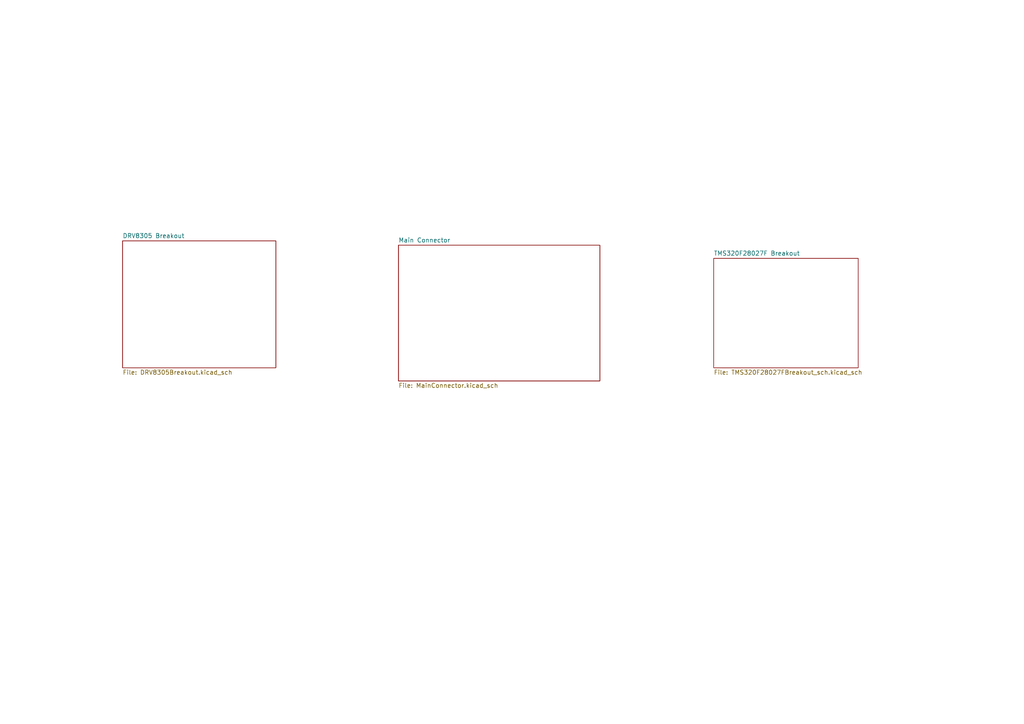
<source format=kicad_sch>
(kicad_sch
	(version 20231120)
	(generator "eeschema")
	(generator_version "8.0")
	(uuid "6c304649-7c80-4a4c-b925-07b9210ad53d")
	(paper "A4")
	(title_block
		(title "Easy ESC")
		(date "2024-08-06")
		(rev "1.0")
		(company "Buckley Boards ")
	)
	(lib_symbols)
	(sheet
		(at 115.57 71.12)
		(size 58.42 39.37)
		(fields_autoplaced yes)
		(stroke
			(width 0.1524)
			(type solid)
		)
		(fill
			(color 0 0 0 0.0000)
		)
		(uuid "22fb4715-9f33-45f1-b8d4-9537d945fe69")
		(property "Sheetname" "Main Connector"
			(at 115.57 70.4084 0)
			(effects
				(font
					(size 1.27 1.27)
				)
				(justify left bottom)
			)
		)
		(property "Sheetfile" "MainConnector.kicad_sch"
			(at 115.57 111.0746 0)
			(effects
				(font
					(size 1.27 1.27)
				)
				(justify left top)
			)
		)
		(instances
			(project "EasyESCV1_DRV8305"
				(path "/6c304649-7c80-4a4c-b925-07b9210ad53d"
					(page "1")
				)
			)
		)
	)
	(sheet
		(at 207.01 74.93)
		(size 41.91 31.75)
		(fields_autoplaced yes)
		(stroke
			(width 0.1524)
			(type solid)
		)
		(fill
			(color 0 0 0 0.0000)
		)
		(uuid "8049925a-2faa-4187-b86e-b6208aed2e10")
		(property "Sheetname" "TMS320F28027F Breakout"
			(at 207.01 74.2184 0)
			(effects
				(font
					(size 1.27 1.27)
				)
				(justify left bottom)
			)
		)
		(property "Sheetfile" "TMS320F28027FBreakout_sch.kicad_sch"
			(at 207.01 107.2646 0)
			(effects
				(font
					(size 1.27 1.27)
				)
				(justify left top)
			)
		)
		(instances
			(project "EasyESCV1_DRV8305"
				(path "/6c304649-7c80-4a4c-b925-07b9210ad53d"
					(page "3")
				)
			)
		)
	)
	(sheet
		(at 35.56 69.85)
		(size 44.45 36.83)
		(fields_autoplaced yes)
		(stroke
			(width 0.1524)
			(type solid)
		)
		(fill
			(color 0 0 0 0.0000)
		)
		(uuid "8a0cf24a-00c0-47a8-b582-1a7bbe5ca078")
		(property "Sheetname" "DRV8305 Breakout"
			(at 35.56 69.1384 0)
			(effects
				(font
					(size 1.27 1.27)
				)
				(justify left bottom)
			)
		)
		(property "Sheetfile" "DRV8305Breakout.kicad_sch"
			(at 35.56 107.2646 0)
			(effects
				(font
					(size 1.27 1.27)
				)
				(justify left top)
			)
		)
		(instances
			(project "EasyESCV1_DRV8305"
				(path "/6c304649-7c80-4a4c-b925-07b9210ad53d"
					(page "2")
				)
			)
		)
	)
	(sheet_instances
		(path "/"
			(page "1")
		)
	)
)

</source>
